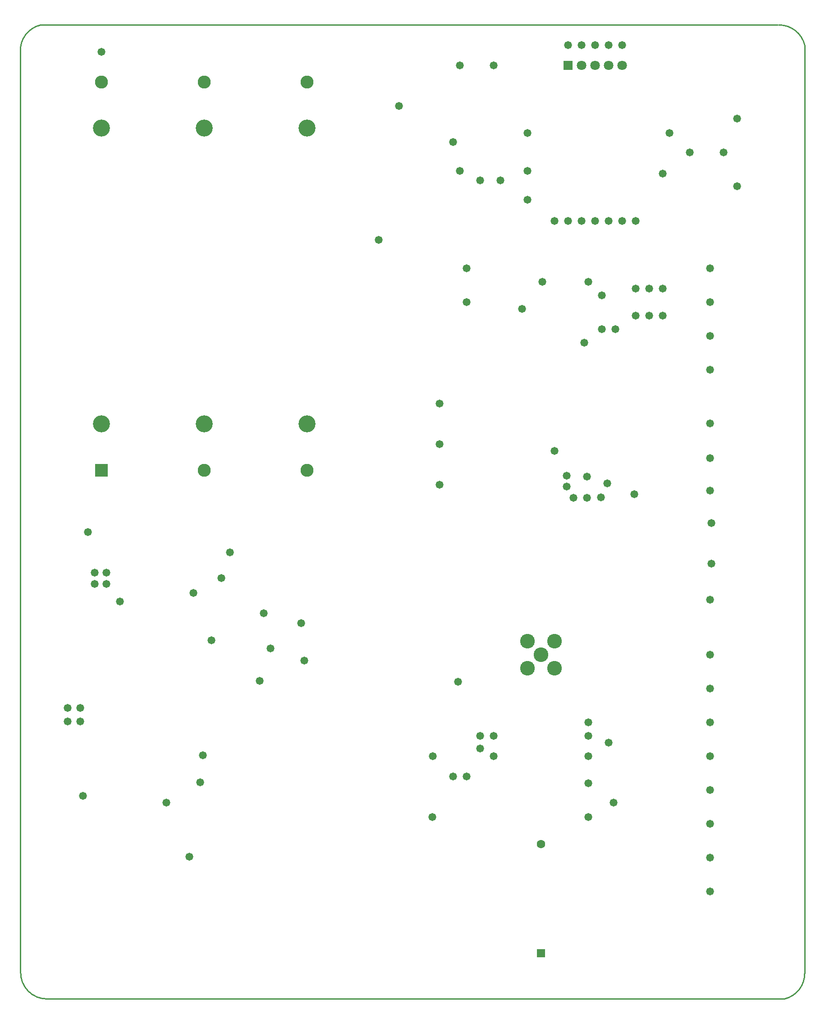
<source format=gbs>
G04*
G04 #@! TF.GenerationSoftware,Altium Limited,Altium Designer,22.6.1 (34)*
G04*
G04 Layer_Color=16711935*
%FSLAX25Y25*%
%MOIN*%
G70*
G04*
G04 #@! TF.SameCoordinates,0C23EDBF-805D-421A-8D3F-8ECBED75DDC4*
G04*
G04*
G04 #@! TF.FilePolarity,Negative*
G04*
G01*
G75*
%ADD14C,0.01000*%
%ADD70C,0.06299*%
%ADD71R,0.06299X0.06299*%
%ADD72C,0.10800*%
%ADD73C,0.07099*%
%ADD74R,0.07099X0.07099*%
%ADD75C,0.12598*%
%ADD76C,0.09646*%
%ADD77R,0.09646X0.09646*%
%ADD78C,0.05800*%
D14*
X580000Y705000D02*
G03*
X560826Y720000I-18924J-4435D01*
G01*
X227Y19994D02*
G03*
X20000Y0I19429J-560D01*
G01*
X15000Y720000D02*
G03*
X28Y700002I4435J-18924D01*
G01*
X565000Y0D02*
G03*
X580000Y19174I-4435J18924D01*
G01*
X580000Y705000D02*
X580000Y18924D01*
X35000Y720000D02*
X560000Y720000D01*
X15000Y720000D02*
X35000D01*
X-0Y700000D02*
X0Y20000D01*
X20000Y-0D02*
X565000Y-0D01*
D70*
X385000Y114488D02*
D03*
D71*
Y33779D02*
D03*
D72*
Y254488D02*
D03*
X375000Y264488D02*
D03*
X395000D02*
D03*
Y244488D02*
D03*
X375000D02*
D03*
D73*
X425000Y690000D02*
D03*
X415000D02*
D03*
X435000D02*
D03*
X445000D02*
D03*
D74*
X405000D02*
D03*
D75*
X135984Y643937D02*
D03*
Y425000D02*
D03*
X211968D02*
D03*
Y643937D02*
D03*
X60000D02*
D03*
Y425000D02*
D03*
D76*
X135984Y677972D02*
D03*
Y390965D02*
D03*
X211968Y677972D02*
D03*
Y390965D02*
D03*
X60000Y677972D02*
D03*
D77*
Y390965D02*
D03*
D78*
X375000Y640000D02*
D03*
X480000D02*
D03*
X370879Y510000D02*
D03*
X430000Y495000D02*
D03*
X495000Y625846D02*
D03*
X438642Y145000D02*
D03*
X310000Y440000D02*
D03*
Y410000D02*
D03*
Y380000D02*
D03*
X475000Y525000D02*
D03*
X465000D02*
D03*
X455000D02*
D03*
X465000Y505000D02*
D03*
X455000D02*
D03*
X440000Y495000D02*
D03*
X385866Y530000D02*
D03*
X420000D02*
D03*
X395000Y405000D02*
D03*
X475000Y505000D02*
D03*
X430000Y520000D02*
D03*
X510000Y295000D02*
D03*
X454095Y373071D02*
D03*
X419016Y385984D02*
D03*
X409094Y370492D02*
D03*
X434016Y380984D02*
D03*
X404016Y378898D02*
D03*
Y386684D02*
D03*
X429171Y370706D02*
D03*
X419016Y370492D02*
D03*
X510906Y321929D02*
D03*
X510079Y399787D02*
D03*
X510000Y375644D02*
D03*
X510906Y351929D02*
D03*
X510000Y425317D02*
D03*
X425000Y575061D02*
D03*
X435000Y575000D02*
D03*
X455000Y575061D02*
D03*
X415000D02*
D03*
X395000Y575000D02*
D03*
X405000Y575061D02*
D03*
X445000D02*
D03*
X323780Y234488D02*
D03*
X340000Y194488D02*
D03*
Y185000D02*
D03*
X350000Y194488D02*
D03*
Y179488D02*
D03*
X420000Y194488D02*
D03*
Y204488D02*
D03*
X304665Y134488D02*
D03*
X330000Y164488D02*
D03*
X320000D02*
D03*
X305000Y179488D02*
D03*
X420000D02*
D03*
Y159488D02*
D03*
X435000Y189488D02*
D03*
X420000Y134488D02*
D03*
X510000Y254488D02*
D03*
Y79488D02*
D03*
Y104488D02*
D03*
Y129488D02*
D03*
Y154488D02*
D03*
Y179488D02*
D03*
Y204488D02*
D03*
Y229488D02*
D03*
X355000Y605079D02*
D03*
X340000D02*
D03*
X475000Y610000D02*
D03*
X530000Y600768D02*
D03*
Y650768D02*
D03*
X330000Y515000D02*
D03*
Y540000D02*
D03*
X375000Y590866D02*
D03*
Y612165D02*
D03*
X265000Y561142D02*
D03*
X520000Y625846D02*
D03*
X60000Y700000D02*
D03*
X416842Y485000D02*
D03*
X510000Y465000D02*
D03*
Y490000D02*
D03*
Y515000D02*
D03*
Y540000D02*
D03*
X325000Y690000D02*
D03*
X207596Y277756D02*
D03*
X280000Y660000D02*
D03*
X350000Y690000D02*
D03*
X415000Y705000D02*
D03*
X405000D02*
D03*
X445000D02*
D03*
X435000D02*
D03*
X425000D02*
D03*
X210000Y250000D02*
D03*
X325000Y612165D02*
D03*
X320000Y633465D02*
D03*
X176809Y235000D02*
D03*
X185000Y259038D02*
D03*
X180000Y285039D02*
D03*
X135000Y180000D02*
D03*
X63795Y306713D02*
D03*
X55000D02*
D03*
X63795Y315000D02*
D03*
X44301Y215000D02*
D03*
X35000D02*
D03*
X44301Y205000D02*
D03*
X125000Y105000D02*
D03*
X141260Y265000D02*
D03*
X107992Y145000D02*
D03*
X133087Y160000D02*
D03*
X46457Y150000D02*
D03*
X35000Y205000D02*
D03*
X148740Y311142D02*
D03*
X155000Y330000D02*
D03*
X127913Y300000D02*
D03*
X73543Y293858D02*
D03*
X55000Y315000D02*
D03*
X50000Y345000D02*
D03*
M02*

</source>
